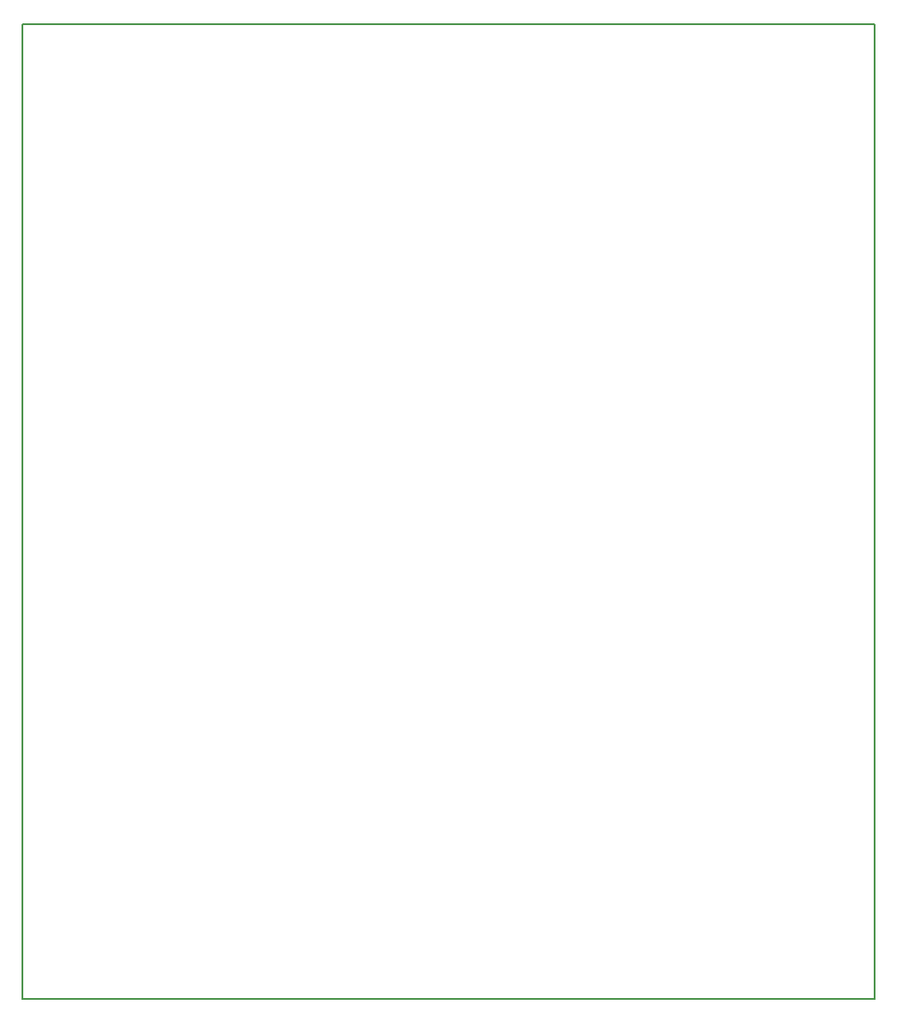
<source format=gbr>
G04 DipTrace 3.2.0.1*
G04 BoardOutline.gbr*
%MOIN*%
G04 #@! TF.FileFunction,Profile*
G04 #@! TF.Part,Single*
%ADD11C,0.005512*%
%FSLAX26Y26*%
G04*
G70*
G90*
G75*
G01*
G04 BoardOutline*
%LPD*%
X-1300000Y-575000D2*
D11*
X1875000D1*
Y3050000D1*
X-1300000D1*
Y-575000D1*
M02*

</source>
